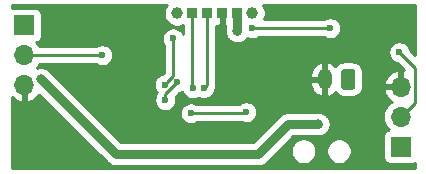
<source format=gbr>
G04 #@! TF.GenerationSoftware,KiCad,Pcbnew,(5.1.4-0)*
G04 #@! TF.CreationDate,2019-09-03T16:59:57-05:00*
G04 #@! TF.ProjectId,pic_beeper,7069635f-6265-4657-9065-722e6b696361,rev?*
G04 #@! TF.SameCoordinates,Original*
G04 #@! TF.FileFunction,Copper,L2,Bot*
G04 #@! TF.FilePolarity,Positive*
%FSLAX46Y46*%
G04 Gerber Fmt 4.6, Leading zero omitted, Abs format (unit mm)*
G04 Created by KiCad (PCBNEW (5.1.4-0)) date 2019-09-03 16:59:57*
%MOMM*%
%LPD*%
G04 APERTURE LIST*
%ADD10O,1.700000X1.700000*%
%ADD11R,1.700000X1.700000*%
%ADD12C,1.000000*%
%ADD13R,0.900000X0.900000*%
%ADD14C,0.100000*%
%ADD15C,1.200000*%
%ADD16O,1.200000X1.750000*%
%ADD17C,0.600000*%
%ADD18C,0.800000*%
%ADD19C,0.250000*%
%ADD20C,0.800000*%
%ADD21C,0.254000*%
G04 APERTURE END LIST*
D10*
X46355000Y-18415000D03*
X46355000Y-20955000D03*
D11*
X46355000Y-23495000D03*
D12*
X33782000Y-12192000D03*
D13*
X32512000Y-12192000D03*
X31242000Y-12192000D03*
X29972000Y-12192000D03*
X28702000Y-12192000D03*
D12*
X27432000Y-12192000D03*
D14*
G36*
X42284505Y-16906204D02*
G01*
X42308773Y-16909804D01*
X42332572Y-16915765D01*
X42355671Y-16924030D01*
X42377850Y-16934520D01*
X42398893Y-16947132D01*
X42418599Y-16961747D01*
X42436777Y-16978223D01*
X42453253Y-16996401D01*
X42467868Y-17016107D01*
X42480480Y-17037150D01*
X42490970Y-17059329D01*
X42499235Y-17082428D01*
X42505196Y-17106227D01*
X42508796Y-17130495D01*
X42510000Y-17154999D01*
X42510000Y-18405001D01*
X42508796Y-18429505D01*
X42505196Y-18453773D01*
X42499235Y-18477572D01*
X42490970Y-18500671D01*
X42480480Y-18522850D01*
X42467868Y-18543893D01*
X42453253Y-18563599D01*
X42436777Y-18581777D01*
X42418599Y-18598253D01*
X42398893Y-18612868D01*
X42377850Y-18625480D01*
X42355671Y-18635970D01*
X42332572Y-18644235D01*
X42308773Y-18650196D01*
X42284505Y-18653796D01*
X42260001Y-18655000D01*
X41559999Y-18655000D01*
X41535495Y-18653796D01*
X41511227Y-18650196D01*
X41487428Y-18644235D01*
X41464329Y-18635970D01*
X41442150Y-18625480D01*
X41421107Y-18612868D01*
X41401401Y-18598253D01*
X41383223Y-18581777D01*
X41366747Y-18563599D01*
X41352132Y-18543893D01*
X41339520Y-18522850D01*
X41329030Y-18500671D01*
X41320765Y-18477572D01*
X41314804Y-18453773D01*
X41311204Y-18429505D01*
X41310000Y-18405001D01*
X41310000Y-17154999D01*
X41311204Y-17130495D01*
X41314804Y-17106227D01*
X41320765Y-17082428D01*
X41329030Y-17059329D01*
X41339520Y-17037150D01*
X41352132Y-17016107D01*
X41366747Y-16996401D01*
X41383223Y-16978223D01*
X41401401Y-16961747D01*
X41421107Y-16947132D01*
X41442150Y-16934520D01*
X41464329Y-16924030D01*
X41487428Y-16915765D01*
X41511227Y-16909804D01*
X41535495Y-16906204D01*
X41559999Y-16905000D01*
X42260001Y-16905000D01*
X42284505Y-16906204D01*
X42284505Y-16906204D01*
G37*
D15*
X41910000Y-17780000D03*
D16*
X39910000Y-17780000D03*
D11*
X14478000Y-13208000D03*
D10*
X14478000Y-15748000D03*
X14478000Y-18288000D03*
D17*
X32512000Y-17780000D03*
X30988000Y-17526000D03*
X30226000Y-19558000D03*
X35560000Y-18542000D03*
D18*
X28575000Y-22860000D03*
D17*
X26416000Y-19558000D03*
X27432000Y-18034000D03*
D18*
X32512000Y-13716000D03*
D17*
X28581035Y-20664239D03*
X27077000Y-14325000D03*
X21082000Y-15748000D03*
X26355051Y-18227051D03*
X33274000Y-20574000D03*
X29718000Y-18542000D03*
X28740013Y-18542000D03*
X40386000Y-13462000D03*
X46228000Y-15494000D03*
X33783410Y-13462000D03*
D18*
X15875000Y-17780000D03*
X34290000Y-24130000D03*
X39370000Y-21590000D03*
D19*
X26416000Y-19558000D02*
X26416000Y-19050000D01*
X26416000Y-19050000D02*
X27432000Y-18034000D01*
D20*
X32512000Y-12192000D02*
X32512000Y-13716000D01*
D19*
X14017001Y-15748000D02*
X13970000Y-15795001D01*
X27077000Y-14325000D02*
X27077000Y-17505102D01*
X26655050Y-17927052D02*
X26355051Y-18227051D01*
X27077000Y-17505102D02*
X26655050Y-17927052D01*
X33183761Y-20664239D02*
X33274000Y-20574000D01*
X28581035Y-20664239D02*
X33183761Y-20664239D01*
X21082000Y-15748000D02*
X14478000Y-15748000D01*
X29972000Y-18288000D02*
X29718000Y-18542000D01*
X29972000Y-12192000D02*
X29972000Y-18288000D01*
X28702000Y-12192000D02*
X28702000Y-18503987D01*
X28702000Y-18503987D02*
X28740013Y-18542000D01*
X47204999Y-20105001D02*
X46355000Y-20955000D01*
X47530001Y-19779999D02*
X47204999Y-20105001D01*
X47530001Y-16796001D02*
X47530001Y-19779999D01*
X46228000Y-15494000D02*
X47530001Y-16796001D01*
X33783410Y-13462000D02*
X40386000Y-13462000D01*
D20*
X22225000Y-24130000D02*
X34290000Y-24130000D01*
X15875000Y-17780000D02*
X22225000Y-24130000D01*
X36830000Y-21590000D02*
X39370000Y-21590000D01*
X34290000Y-24130000D02*
X36830000Y-21590000D01*
D21*
G36*
X26426176Y-11654376D02*
G01*
X26340617Y-11860933D01*
X26297000Y-12080212D01*
X26297000Y-12303788D01*
X26340617Y-12523067D01*
X26426176Y-12729624D01*
X26550388Y-12915520D01*
X26708480Y-13073612D01*
X26894376Y-13197824D01*
X27100933Y-13283383D01*
X27320212Y-13327000D01*
X27543788Y-13327000D01*
X27763067Y-13283383D01*
X27942000Y-13209266D01*
X27942000Y-13970024D01*
X27905586Y-13882111D01*
X27803262Y-13728972D01*
X27673028Y-13598738D01*
X27519889Y-13496414D01*
X27349729Y-13425932D01*
X27169089Y-13390000D01*
X26984911Y-13390000D01*
X26804271Y-13425932D01*
X26634111Y-13496414D01*
X26480972Y-13598738D01*
X26350738Y-13728972D01*
X26248414Y-13882111D01*
X26177932Y-14052271D01*
X26142000Y-14232911D01*
X26142000Y-14417089D01*
X26177932Y-14597729D01*
X26248414Y-14767889D01*
X26317000Y-14870536D01*
X26317001Y-17190300D01*
X26203402Y-17303898D01*
X26082322Y-17327983D01*
X25912162Y-17398465D01*
X25759023Y-17500789D01*
X25628789Y-17631023D01*
X25526465Y-17784162D01*
X25455983Y-17954322D01*
X25420051Y-18134962D01*
X25420051Y-18319140D01*
X25455983Y-18499780D01*
X25526465Y-18669940D01*
X25628789Y-18823079D01*
X25676243Y-18870533D01*
X25666997Y-18901014D01*
X25656023Y-19012430D01*
X25587414Y-19115111D01*
X25516932Y-19285271D01*
X25481000Y-19465911D01*
X25481000Y-19650089D01*
X25516932Y-19830729D01*
X25587414Y-20000889D01*
X25689738Y-20154028D01*
X25819972Y-20284262D01*
X25973111Y-20386586D01*
X26143271Y-20457068D01*
X26323911Y-20493000D01*
X26508089Y-20493000D01*
X26688729Y-20457068D01*
X26858889Y-20386586D01*
X27012028Y-20284262D01*
X27142262Y-20154028D01*
X27244586Y-20000889D01*
X27315068Y-19830729D01*
X27351000Y-19650089D01*
X27351000Y-19465911D01*
X27315068Y-19285271D01*
X27297630Y-19243171D01*
X27583649Y-18957153D01*
X27704729Y-18933068D01*
X27862836Y-18867579D01*
X27911427Y-18984889D01*
X28013751Y-19138028D01*
X28143985Y-19268262D01*
X28297124Y-19370586D01*
X28467284Y-19441068D01*
X28647924Y-19477000D01*
X28832102Y-19477000D01*
X29012742Y-19441068D01*
X29182902Y-19370586D01*
X29229007Y-19339780D01*
X29275111Y-19370586D01*
X29445271Y-19441068D01*
X29625911Y-19477000D01*
X29810089Y-19477000D01*
X29990729Y-19441068D01*
X30160889Y-19370586D01*
X30314028Y-19268262D01*
X30444262Y-19138028D01*
X30546586Y-18984889D01*
X30617068Y-18814729D01*
X30653000Y-18634089D01*
X30653000Y-18626169D01*
X30677546Y-18580247D01*
X30721003Y-18436986D01*
X30732000Y-18325333D01*
X30732000Y-18325324D01*
X30735676Y-18288001D01*
X30732000Y-18250678D01*
X30732000Y-17907000D01*
X38675000Y-17907000D01*
X38675000Y-18182000D01*
X38723507Y-18420496D01*
X38817610Y-18644946D01*
X38953693Y-18846725D01*
X39126526Y-19018078D01*
X39329467Y-19152421D01*
X39554718Y-19244591D01*
X39592391Y-19248462D01*
X39783000Y-19123731D01*
X39783000Y-17907000D01*
X38675000Y-17907000D01*
X30732000Y-17907000D01*
X30732000Y-17378000D01*
X38675000Y-17378000D01*
X38675000Y-17653000D01*
X39783000Y-17653000D01*
X39783000Y-16436269D01*
X40037000Y-16436269D01*
X40037000Y-17653000D01*
X40057000Y-17653000D01*
X40057000Y-17907000D01*
X40037000Y-17907000D01*
X40037000Y-19123731D01*
X40227609Y-19248462D01*
X40265282Y-19244591D01*
X40490533Y-19152421D01*
X40693474Y-19018078D01*
X40819033Y-18893594D01*
X40821595Y-18898387D01*
X40932038Y-19032962D01*
X41066613Y-19143405D01*
X41220149Y-19225472D01*
X41386745Y-19276008D01*
X41559999Y-19293072D01*
X42260001Y-19293072D01*
X42433255Y-19276008D01*
X42599851Y-19225472D01*
X42753387Y-19143405D01*
X42887962Y-19032962D01*
X42998405Y-18898387D01*
X43080472Y-18744851D01*
X43131008Y-18578255D01*
X43148072Y-18405001D01*
X43148072Y-18058110D01*
X44913524Y-18058110D01*
X45034845Y-18288000D01*
X46228000Y-18288000D01*
X46228000Y-17094186D01*
X45998109Y-16973519D01*
X45723748Y-17070843D01*
X45473645Y-17219822D01*
X45257412Y-17414731D01*
X45083359Y-17648080D01*
X44958175Y-17910901D01*
X44913524Y-18058110D01*
X43148072Y-18058110D01*
X43148072Y-17154999D01*
X43131008Y-16981745D01*
X43080472Y-16815149D01*
X42998405Y-16661613D01*
X42887962Y-16527038D01*
X42753387Y-16416595D01*
X42599851Y-16334528D01*
X42433255Y-16283992D01*
X42260001Y-16266928D01*
X41559999Y-16266928D01*
X41386745Y-16283992D01*
X41220149Y-16334528D01*
X41066613Y-16416595D01*
X40932038Y-16527038D01*
X40821595Y-16661613D01*
X40819033Y-16666406D01*
X40693474Y-16541922D01*
X40490533Y-16407579D01*
X40265282Y-16315409D01*
X40227609Y-16311538D01*
X40037000Y-16436269D01*
X39783000Y-16436269D01*
X39592391Y-16311538D01*
X39554718Y-16315409D01*
X39329467Y-16407579D01*
X39126526Y-16541922D01*
X38953693Y-16713275D01*
X38817610Y-16915054D01*
X38723507Y-17139504D01*
X38675000Y-17378000D01*
X30732000Y-17378000D01*
X30732000Y-13274163D01*
X30792000Y-13280072D01*
X30956250Y-13277000D01*
X31115000Y-13118250D01*
X31115000Y-12319000D01*
X31095000Y-12319000D01*
X31095000Y-12065000D01*
X31115000Y-12065000D01*
X31115000Y-12045000D01*
X31369000Y-12045000D01*
X31369000Y-12065000D01*
X31389000Y-12065000D01*
X31389000Y-12319000D01*
X31369000Y-12319000D01*
X31369000Y-13118250D01*
X31477001Y-13226251D01*
X31477001Y-13614056D01*
X31477000Y-13614061D01*
X31477000Y-13817939D01*
X31486971Y-13868067D01*
X31491977Y-13918895D01*
X31506803Y-13967768D01*
X31516774Y-14017898D01*
X31536335Y-14065122D01*
X31551160Y-14113993D01*
X31575235Y-14159034D01*
X31594795Y-14206256D01*
X31623191Y-14248753D01*
X31647267Y-14293797D01*
X31679668Y-14333278D01*
X31708063Y-14375774D01*
X31744203Y-14411914D01*
X31776605Y-14451396D01*
X31816087Y-14483798D01*
X31852226Y-14519937D01*
X31894721Y-14548331D01*
X31934204Y-14580734D01*
X31979250Y-14604812D01*
X32021744Y-14633205D01*
X32068962Y-14652763D01*
X32114008Y-14676841D01*
X32162884Y-14691668D01*
X32210102Y-14711226D01*
X32260226Y-14721196D01*
X32309106Y-14736024D01*
X32359942Y-14741031D01*
X32410061Y-14751000D01*
X32461162Y-14751000D01*
X32512000Y-14756007D01*
X32562838Y-14751000D01*
X32613939Y-14751000D01*
X32664057Y-14741031D01*
X32714895Y-14736024D01*
X32763777Y-14721196D01*
X32813898Y-14711226D01*
X32861113Y-14691669D01*
X32909993Y-14676841D01*
X32955042Y-14652762D01*
X33002256Y-14633205D01*
X33044746Y-14604814D01*
X33089797Y-14580734D01*
X33129284Y-14548328D01*
X33171774Y-14519937D01*
X33207908Y-14483803D01*
X33247396Y-14451396D01*
X33279803Y-14411908D01*
X33315937Y-14375774D01*
X33344328Y-14333284D01*
X33369514Y-14302595D01*
X33510681Y-14361068D01*
X33691321Y-14397000D01*
X33875499Y-14397000D01*
X34056139Y-14361068D01*
X34226299Y-14290586D01*
X34328945Y-14222000D01*
X39840465Y-14222000D01*
X39943111Y-14290586D01*
X40113271Y-14361068D01*
X40293911Y-14397000D01*
X40478089Y-14397000D01*
X40658729Y-14361068D01*
X40828889Y-14290586D01*
X40982028Y-14188262D01*
X41112262Y-14058028D01*
X41214586Y-13904889D01*
X41285068Y-13734729D01*
X41321000Y-13554089D01*
X41321000Y-13369911D01*
X41285068Y-13189271D01*
X41214586Y-13019111D01*
X41112262Y-12865972D01*
X40982028Y-12735738D01*
X40828889Y-12633414D01*
X40658729Y-12562932D01*
X40478089Y-12527000D01*
X40293911Y-12527000D01*
X40113271Y-12562932D01*
X39943111Y-12633414D01*
X39840465Y-12702000D01*
X34799266Y-12702000D01*
X34873383Y-12523067D01*
X34917000Y-12303788D01*
X34917000Y-12080212D01*
X34873383Y-11860933D01*
X34787824Y-11654376D01*
X34688014Y-11505000D01*
X47550000Y-11505000D01*
X47550000Y-15741198D01*
X47151153Y-15342351D01*
X47127068Y-15221271D01*
X47056586Y-15051111D01*
X46954262Y-14897972D01*
X46824028Y-14767738D01*
X46670889Y-14665414D01*
X46500729Y-14594932D01*
X46320089Y-14559000D01*
X46135911Y-14559000D01*
X45955271Y-14594932D01*
X45785111Y-14665414D01*
X45631972Y-14767738D01*
X45501738Y-14897972D01*
X45399414Y-15051111D01*
X45328932Y-15221271D01*
X45293000Y-15401911D01*
X45293000Y-15586089D01*
X45328932Y-15766729D01*
X45399414Y-15936889D01*
X45501738Y-16090028D01*
X45631972Y-16220262D01*
X45785111Y-16322586D01*
X45955271Y-16393068D01*
X46076351Y-16417153D01*
X46659969Y-17000772D01*
X46482000Y-17094186D01*
X46482000Y-18288000D01*
X46502000Y-18288000D01*
X46502000Y-18542000D01*
X46482000Y-18542000D01*
X46482000Y-18562000D01*
X46228000Y-18562000D01*
X46228000Y-18542000D01*
X45034845Y-18542000D01*
X44913524Y-18771890D01*
X44958175Y-18919099D01*
X45083359Y-19181920D01*
X45257412Y-19415269D01*
X45473645Y-19610178D01*
X45590523Y-19679799D01*
X45525986Y-19714294D01*
X45299866Y-19899866D01*
X45114294Y-20125986D01*
X44976401Y-20383966D01*
X44891487Y-20663889D01*
X44862815Y-20955000D01*
X44891487Y-21246111D01*
X44976401Y-21526034D01*
X45114294Y-21784014D01*
X45299866Y-22010134D01*
X45329687Y-22034607D01*
X45260820Y-22055498D01*
X45150506Y-22114463D01*
X45053815Y-22193815D01*
X44974463Y-22290506D01*
X44915498Y-22400820D01*
X44879188Y-22520518D01*
X44866928Y-22645000D01*
X44866928Y-24345000D01*
X44879188Y-24469482D01*
X44915498Y-24589180D01*
X44974463Y-24699494D01*
X45053815Y-24796185D01*
X45150506Y-24875537D01*
X45260820Y-24934502D01*
X45380518Y-24970812D01*
X45505000Y-24983072D01*
X47205000Y-24983072D01*
X47329482Y-24970812D01*
X47449180Y-24934502D01*
X47550001Y-24880611D01*
X47550001Y-25325000D01*
X13410000Y-25325000D01*
X13410000Y-19314939D01*
X13596645Y-19483178D01*
X13846748Y-19632157D01*
X14121109Y-19729481D01*
X14351000Y-19608814D01*
X14351000Y-18415000D01*
X14331000Y-18415000D01*
X14331000Y-18161000D01*
X14351000Y-18161000D01*
X14351000Y-18141000D01*
X14605000Y-18141000D01*
X14605000Y-18161000D01*
X14625000Y-18161000D01*
X14625000Y-18415000D01*
X14605000Y-18415000D01*
X14605000Y-19608814D01*
X14834891Y-19729481D01*
X15109252Y-19632157D01*
X15359355Y-19483178D01*
X15575588Y-19288269D01*
X15722542Y-19091252D01*
X21457197Y-24825908D01*
X21489604Y-24865396D01*
X21529092Y-24897803D01*
X21647202Y-24994734D01*
X21743309Y-25046104D01*
X21827007Y-25090841D01*
X22022105Y-25150024D01*
X22174162Y-25165000D01*
X22174171Y-25165000D01*
X22224999Y-25170006D01*
X22275827Y-25165000D01*
X34239172Y-25165000D01*
X34290000Y-25170006D01*
X34340828Y-25165000D01*
X34391939Y-25165000D01*
X34442057Y-25155031D01*
X34492895Y-25150024D01*
X34541777Y-25135196D01*
X34591898Y-25125226D01*
X34639113Y-25105669D01*
X34687993Y-25090841D01*
X34733042Y-25066762D01*
X34780256Y-25047205D01*
X34822746Y-25018814D01*
X34867797Y-24994734D01*
X34907284Y-24962328D01*
X34949774Y-24933937D01*
X34985908Y-24897803D01*
X35025396Y-24865396D01*
X35057803Y-24825908D01*
X35093937Y-24789774D01*
X35093939Y-24789771D01*
X36114573Y-23769137D01*
X37039000Y-23769137D01*
X37039000Y-23982863D01*
X37080696Y-24192483D01*
X37162485Y-24389940D01*
X37281225Y-24567647D01*
X37432353Y-24718775D01*
X37610060Y-24837515D01*
X37807517Y-24919304D01*
X38017137Y-24961000D01*
X38230863Y-24961000D01*
X38440483Y-24919304D01*
X38637940Y-24837515D01*
X38815647Y-24718775D01*
X38966775Y-24567647D01*
X39085515Y-24389940D01*
X39167304Y-24192483D01*
X39209000Y-23982863D01*
X39209000Y-23769137D01*
X40039000Y-23769137D01*
X40039000Y-23982863D01*
X40080696Y-24192483D01*
X40162485Y-24389940D01*
X40281225Y-24567647D01*
X40432353Y-24718775D01*
X40610060Y-24837515D01*
X40807517Y-24919304D01*
X41017137Y-24961000D01*
X41230863Y-24961000D01*
X41440483Y-24919304D01*
X41637940Y-24837515D01*
X41815647Y-24718775D01*
X41966775Y-24567647D01*
X42085515Y-24389940D01*
X42167304Y-24192483D01*
X42209000Y-23982863D01*
X42209000Y-23769137D01*
X42167304Y-23559517D01*
X42085515Y-23362060D01*
X41966775Y-23184353D01*
X41815647Y-23033225D01*
X41637940Y-22914485D01*
X41440483Y-22832696D01*
X41230863Y-22791000D01*
X41017137Y-22791000D01*
X40807517Y-22832696D01*
X40610060Y-22914485D01*
X40432353Y-23033225D01*
X40281225Y-23184353D01*
X40162485Y-23362060D01*
X40080696Y-23559517D01*
X40039000Y-23769137D01*
X39209000Y-23769137D01*
X39167304Y-23559517D01*
X39085515Y-23362060D01*
X38966775Y-23184353D01*
X38815647Y-23033225D01*
X38637940Y-22914485D01*
X38440483Y-22832696D01*
X38230863Y-22791000D01*
X38017137Y-22791000D01*
X37807517Y-22832696D01*
X37610060Y-22914485D01*
X37432353Y-23033225D01*
X37281225Y-23184353D01*
X37162485Y-23362060D01*
X37080696Y-23559517D01*
X37039000Y-23769137D01*
X36114573Y-23769137D01*
X37258711Y-22625000D01*
X39471939Y-22625000D01*
X39522057Y-22615031D01*
X39572895Y-22610024D01*
X39621777Y-22595196D01*
X39671898Y-22585226D01*
X39719113Y-22565669D01*
X39767993Y-22550841D01*
X39813042Y-22526762D01*
X39860256Y-22507205D01*
X39902746Y-22478814D01*
X39947797Y-22454734D01*
X39987284Y-22422328D01*
X40029774Y-22393937D01*
X40065908Y-22357803D01*
X40105396Y-22325396D01*
X40137803Y-22285908D01*
X40173937Y-22249774D01*
X40202328Y-22207284D01*
X40234734Y-22167797D01*
X40258814Y-22122746D01*
X40287205Y-22080256D01*
X40306762Y-22033042D01*
X40330841Y-21987993D01*
X40345669Y-21939113D01*
X40365226Y-21891898D01*
X40375196Y-21841777D01*
X40390024Y-21792895D01*
X40395031Y-21742057D01*
X40405000Y-21691939D01*
X40405000Y-21640838D01*
X40410007Y-21590000D01*
X40405000Y-21539162D01*
X40405000Y-21488061D01*
X40395031Y-21437943D01*
X40390024Y-21387105D01*
X40375196Y-21338223D01*
X40365226Y-21288102D01*
X40345669Y-21240887D01*
X40330841Y-21192007D01*
X40306762Y-21146958D01*
X40287205Y-21099744D01*
X40258814Y-21057254D01*
X40234734Y-21012203D01*
X40202328Y-20972716D01*
X40173937Y-20930226D01*
X40137803Y-20894092D01*
X40105396Y-20854604D01*
X40065908Y-20822197D01*
X40029774Y-20786063D01*
X39987284Y-20757672D01*
X39947797Y-20725266D01*
X39902746Y-20701186D01*
X39860256Y-20672795D01*
X39813042Y-20653238D01*
X39767993Y-20629159D01*
X39719113Y-20614331D01*
X39671898Y-20594774D01*
X39621777Y-20584804D01*
X39572895Y-20569976D01*
X39522057Y-20564969D01*
X39471939Y-20555000D01*
X36880827Y-20555000D01*
X36829999Y-20549994D01*
X36779171Y-20555000D01*
X36779162Y-20555000D01*
X36627105Y-20569976D01*
X36432007Y-20629159D01*
X36402367Y-20645002D01*
X36252202Y-20725266D01*
X36134092Y-20822197D01*
X36094604Y-20854604D01*
X36062197Y-20894092D01*
X33861290Y-23095000D01*
X22653711Y-23095000D01*
X20130861Y-20572150D01*
X27646035Y-20572150D01*
X27646035Y-20756328D01*
X27681967Y-20936968D01*
X27752449Y-21107128D01*
X27854773Y-21260267D01*
X27985007Y-21390501D01*
X28138146Y-21492825D01*
X28308306Y-21563307D01*
X28488946Y-21599239D01*
X28673124Y-21599239D01*
X28853764Y-21563307D01*
X29023924Y-21492825D01*
X29126570Y-21424239D01*
X32883386Y-21424239D01*
X33001271Y-21473068D01*
X33181911Y-21509000D01*
X33366089Y-21509000D01*
X33546729Y-21473068D01*
X33716889Y-21402586D01*
X33870028Y-21300262D01*
X34000262Y-21170028D01*
X34102586Y-21016889D01*
X34173068Y-20846729D01*
X34209000Y-20666089D01*
X34209000Y-20481911D01*
X34173068Y-20301271D01*
X34102586Y-20131111D01*
X34000262Y-19977972D01*
X33870028Y-19847738D01*
X33716889Y-19745414D01*
X33546729Y-19674932D01*
X33366089Y-19639000D01*
X33181911Y-19639000D01*
X33001271Y-19674932D01*
X32831111Y-19745414D01*
X32677972Y-19847738D01*
X32621471Y-19904239D01*
X29126570Y-19904239D01*
X29023924Y-19835653D01*
X28853764Y-19765171D01*
X28673124Y-19729239D01*
X28488946Y-19729239D01*
X28308306Y-19765171D01*
X28138146Y-19835653D01*
X27985007Y-19937977D01*
X27854773Y-20068211D01*
X27752449Y-20221350D01*
X27681967Y-20391510D01*
X27646035Y-20572150D01*
X20130861Y-20572150D01*
X16678939Y-17120229D01*
X16678937Y-17120226D01*
X16534774Y-16976063D01*
X16492283Y-16947671D01*
X16452797Y-16915266D01*
X16407748Y-16891187D01*
X16365256Y-16862795D01*
X16318036Y-16843236D01*
X16272993Y-16819160D01*
X16224122Y-16804335D01*
X16176898Y-16784774D01*
X16126768Y-16774803D01*
X16077895Y-16759977D01*
X16027067Y-16754971D01*
X15976939Y-16745000D01*
X15925828Y-16745000D01*
X15875000Y-16739994D01*
X15824172Y-16745000D01*
X15773061Y-16745000D01*
X15722933Y-16754971D01*
X15672105Y-16759977D01*
X15623232Y-16774803D01*
X15573102Y-16784774D01*
X15535378Y-16800400D01*
X15718706Y-16577014D01*
X15755595Y-16508000D01*
X20536465Y-16508000D01*
X20639111Y-16576586D01*
X20809271Y-16647068D01*
X20989911Y-16683000D01*
X21174089Y-16683000D01*
X21354729Y-16647068D01*
X21524889Y-16576586D01*
X21678028Y-16474262D01*
X21808262Y-16344028D01*
X21910586Y-16190889D01*
X21981068Y-16020729D01*
X22017000Y-15840089D01*
X22017000Y-15655911D01*
X21981068Y-15475271D01*
X21910586Y-15305111D01*
X21808262Y-15151972D01*
X21678028Y-15021738D01*
X21524889Y-14919414D01*
X21354729Y-14848932D01*
X21174089Y-14813000D01*
X20989911Y-14813000D01*
X20809271Y-14848932D01*
X20639111Y-14919414D01*
X20536465Y-14988000D01*
X15755595Y-14988000D01*
X15718706Y-14918986D01*
X15533134Y-14692866D01*
X15503313Y-14668393D01*
X15572180Y-14647502D01*
X15682494Y-14588537D01*
X15779185Y-14509185D01*
X15858537Y-14412494D01*
X15917502Y-14302180D01*
X15953812Y-14182482D01*
X15966072Y-14058000D01*
X15966072Y-12358000D01*
X15953812Y-12233518D01*
X15917502Y-12113820D01*
X15858537Y-12003506D01*
X15779185Y-11906815D01*
X15682494Y-11827463D01*
X15572180Y-11768498D01*
X15452482Y-11732188D01*
X15328000Y-11719928D01*
X13628000Y-11719928D01*
X13503518Y-11732188D01*
X13410000Y-11760556D01*
X13410000Y-11505000D01*
X26525986Y-11505000D01*
X26426176Y-11654376D01*
X26426176Y-11654376D01*
G37*
X26426176Y-11654376D02*
X26340617Y-11860933D01*
X26297000Y-12080212D01*
X26297000Y-12303788D01*
X26340617Y-12523067D01*
X26426176Y-12729624D01*
X26550388Y-12915520D01*
X26708480Y-13073612D01*
X26894376Y-13197824D01*
X27100933Y-13283383D01*
X27320212Y-13327000D01*
X27543788Y-13327000D01*
X27763067Y-13283383D01*
X27942000Y-13209266D01*
X27942000Y-13970024D01*
X27905586Y-13882111D01*
X27803262Y-13728972D01*
X27673028Y-13598738D01*
X27519889Y-13496414D01*
X27349729Y-13425932D01*
X27169089Y-13390000D01*
X26984911Y-13390000D01*
X26804271Y-13425932D01*
X26634111Y-13496414D01*
X26480972Y-13598738D01*
X26350738Y-13728972D01*
X26248414Y-13882111D01*
X26177932Y-14052271D01*
X26142000Y-14232911D01*
X26142000Y-14417089D01*
X26177932Y-14597729D01*
X26248414Y-14767889D01*
X26317000Y-14870536D01*
X26317001Y-17190300D01*
X26203402Y-17303898D01*
X26082322Y-17327983D01*
X25912162Y-17398465D01*
X25759023Y-17500789D01*
X25628789Y-17631023D01*
X25526465Y-17784162D01*
X25455983Y-17954322D01*
X25420051Y-18134962D01*
X25420051Y-18319140D01*
X25455983Y-18499780D01*
X25526465Y-18669940D01*
X25628789Y-18823079D01*
X25676243Y-18870533D01*
X25666997Y-18901014D01*
X25656023Y-19012430D01*
X25587414Y-19115111D01*
X25516932Y-19285271D01*
X25481000Y-19465911D01*
X25481000Y-19650089D01*
X25516932Y-19830729D01*
X25587414Y-20000889D01*
X25689738Y-20154028D01*
X25819972Y-20284262D01*
X25973111Y-20386586D01*
X26143271Y-20457068D01*
X26323911Y-20493000D01*
X26508089Y-20493000D01*
X26688729Y-20457068D01*
X26858889Y-20386586D01*
X27012028Y-20284262D01*
X27142262Y-20154028D01*
X27244586Y-20000889D01*
X27315068Y-19830729D01*
X27351000Y-19650089D01*
X27351000Y-19465911D01*
X27315068Y-19285271D01*
X27297630Y-19243171D01*
X27583649Y-18957153D01*
X27704729Y-18933068D01*
X27862836Y-18867579D01*
X27911427Y-18984889D01*
X28013751Y-19138028D01*
X28143985Y-19268262D01*
X28297124Y-19370586D01*
X28467284Y-19441068D01*
X28647924Y-19477000D01*
X28832102Y-19477000D01*
X29012742Y-19441068D01*
X29182902Y-19370586D01*
X29229007Y-19339780D01*
X29275111Y-19370586D01*
X29445271Y-19441068D01*
X29625911Y-19477000D01*
X29810089Y-19477000D01*
X29990729Y-19441068D01*
X30160889Y-19370586D01*
X30314028Y-19268262D01*
X30444262Y-19138028D01*
X30546586Y-18984889D01*
X30617068Y-18814729D01*
X30653000Y-18634089D01*
X30653000Y-18626169D01*
X30677546Y-18580247D01*
X30721003Y-18436986D01*
X30732000Y-18325333D01*
X30732000Y-18325324D01*
X30735676Y-18288001D01*
X30732000Y-18250678D01*
X30732000Y-17907000D01*
X38675000Y-17907000D01*
X38675000Y-18182000D01*
X38723507Y-18420496D01*
X38817610Y-18644946D01*
X38953693Y-18846725D01*
X39126526Y-19018078D01*
X39329467Y-19152421D01*
X39554718Y-19244591D01*
X39592391Y-19248462D01*
X39783000Y-19123731D01*
X39783000Y-17907000D01*
X38675000Y-17907000D01*
X30732000Y-17907000D01*
X30732000Y-17378000D01*
X38675000Y-17378000D01*
X38675000Y-17653000D01*
X39783000Y-17653000D01*
X39783000Y-16436269D01*
X40037000Y-16436269D01*
X40037000Y-17653000D01*
X40057000Y-17653000D01*
X40057000Y-17907000D01*
X40037000Y-17907000D01*
X40037000Y-19123731D01*
X40227609Y-19248462D01*
X40265282Y-19244591D01*
X40490533Y-19152421D01*
X40693474Y-19018078D01*
X40819033Y-18893594D01*
X40821595Y-18898387D01*
X40932038Y-19032962D01*
X41066613Y-19143405D01*
X41220149Y-19225472D01*
X41386745Y-19276008D01*
X41559999Y-19293072D01*
X42260001Y-19293072D01*
X42433255Y-19276008D01*
X42599851Y-19225472D01*
X42753387Y-19143405D01*
X42887962Y-19032962D01*
X42998405Y-18898387D01*
X43080472Y-18744851D01*
X43131008Y-18578255D01*
X43148072Y-18405001D01*
X43148072Y-18058110D01*
X44913524Y-18058110D01*
X45034845Y-18288000D01*
X46228000Y-18288000D01*
X46228000Y-17094186D01*
X45998109Y-16973519D01*
X45723748Y-17070843D01*
X45473645Y-17219822D01*
X45257412Y-17414731D01*
X45083359Y-17648080D01*
X44958175Y-17910901D01*
X44913524Y-18058110D01*
X43148072Y-18058110D01*
X43148072Y-17154999D01*
X43131008Y-16981745D01*
X43080472Y-16815149D01*
X42998405Y-16661613D01*
X42887962Y-16527038D01*
X42753387Y-16416595D01*
X42599851Y-16334528D01*
X42433255Y-16283992D01*
X42260001Y-16266928D01*
X41559999Y-16266928D01*
X41386745Y-16283992D01*
X41220149Y-16334528D01*
X41066613Y-16416595D01*
X40932038Y-16527038D01*
X40821595Y-16661613D01*
X40819033Y-16666406D01*
X40693474Y-16541922D01*
X40490533Y-16407579D01*
X40265282Y-16315409D01*
X40227609Y-16311538D01*
X40037000Y-16436269D01*
X39783000Y-16436269D01*
X39592391Y-16311538D01*
X39554718Y-16315409D01*
X39329467Y-16407579D01*
X39126526Y-16541922D01*
X38953693Y-16713275D01*
X38817610Y-16915054D01*
X38723507Y-17139504D01*
X38675000Y-17378000D01*
X30732000Y-17378000D01*
X30732000Y-13274163D01*
X30792000Y-13280072D01*
X30956250Y-13277000D01*
X31115000Y-13118250D01*
X31115000Y-12319000D01*
X31095000Y-12319000D01*
X31095000Y-12065000D01*
X31115000Y-12065000D01*
X31115000Y-12045000D01*
X31369000Y-12045000D01*
X31369000Y-12065000D01*
X31389000Y-12065000D01*
X31389000Y-12319000D01*
X31369000Y-12319000D01*
X31369000Y-13118250D01*
X31477001Y-13226251D01*
X31477001Y-13614056D01*
X31477000Y-13614061D01*
X31477000Y-13817939D01*
X31486971Y-13868067D01*
X31491977Y-13918895D01*
X31506803Y-13967768D01*
X31516774Y-14017898D01*
X31536335Y-14065122D01*
X31551160Y-14113993D01*
X31575235Y-14159034D01*
X31594795Y-14206256D01*
X31623191Y-14248753D01*
X31647267Y-14293797D01*
X31679668Y-14333278D01*
X31708063Y-14375774D01*
X31744203Y-14411914D01*
X31776605Y-14451396D01*
X31816087Y-14483798D01*
X31852226Y-14519937D01*
X31894721Y-14548331D01*
X31934204Y-14580734D01*
X31979250Y-14604812D01*
X32021744Y-14633205D01*
X32068962Y-14652763D01*
X32114008Y-14676841D01*
X32162884Y-14691668D01*
X32210102Y-14711226D01*
X32260226Y-14721196D01*
X32309106Y-14736024D01*
X32359942Y-14741031D01*
X32410061Y-14751000D01*
X32461162Y-14751000D01*
X32512000Y-14756007D01*
X32562838Y-14751000D01*
X32613939Y-14751000D01*
X32664057Y-14741031D01*
X32714895Y-14736024D01*
X32763777Y-14721196D01*
X32813898Y-14711226D01*
X32861113Y-14691669D01*
X32909993Y-14676841D01*
X32955042Y-14652762D01*
X33002256Y-14633205D01*
X33044746Y-14604814D01*
X33089797Y-14580734D01*
X33129284Y-14548328D01*
X33171774Y-14519937D01*
X33207908Y-14483803D01*
X33247396Y-14451396D01*
X33279803Y-14411908D01*
X33315937Y-14375774D01*
X33344328Y-14333284D01*
X33369514Y-14302595D01*
X33510681Y-14361068D01*
X33691321Y-14397000D01*
X33875499Y-14397000D01*
X34056139Y-14361068D01*
X34226299Y-14290586D01*
X34328945Y-14222000D01*
X39840465Y-14222000D01*
X39943111Y-14290586D01*
X40113271Y-14361068D01*
X40293911Y-14397000D01*
X40478089Y-14397000D01*
X40658729Y-14361068D01*
X40828889Y-14290586D01*
X40982028Y-14188262D01*
X41112262Y-14058028D01*
X41214586Y-13904889D01*
X41285068Y-13734729D01*
X41321000Y-13554089D01*
X41321000Y-13369911D01*
X41285068Y-13189271D01*
X41214586Y-13019111D01*
X41112262Y-12865972D01*
X40982028Y-12735738D01*
X40828889Y-12633414D01*
X40658729Y-12562932D01*
X40478089Y-12527000D01*
X40293911Y-12527000D01*
X40113271Y-12562932D01*
X39943111Y-12633414D01*
X39840465Y-12702000D01*
X34799266Y-12702000D01*
X34873383Y-12523067D01*
X34917000Y-12303788D01*
X34917000Y-12080212D01*
X34873383Y-11860933D01*
X34787824Y-11654376D01*
X34688014Y-11505000D01*
X47550000Y-11505000D01*
X47550000Y-15741198D01*
X47151153Y-15342351D01*
X47127068Y-15221271D01*
X47056586Y-15051111D01*
X46954262Y-14897972D01*
X46824028Y-14767738D01*
X46670889Y-14665414D01*
X46500729Y-14594932D01*
X46320089Y-14559000D01*
X46135911Y-14559000D01*
X45955271Y-14594932D01*
X45785111Y-14665414D01*
X45631972Y-14767738D01*
X45501738Y-14897972D01*
X45399414Y-15051111D01*
X45328932Y-15221271D01*
X45293000Y-15401911D01*
X45293000Y-15586089D01*
X45328932Y-15766729D01*
X45399414Y-15936889D01*
X45501738Y-16090028D01*
X45631972Y-16220262D01*
X45785111Y-16322586D01*
X45955271Y-16393068D01*
X46076351Y-16417153D01*
X46659969Y-17000772D01*
X46482000Y-17094186D01*
X46482000Y-18288000D01*
X46502000Y-18288000D01*
X46502000Y-18542000D01*
X46482000Y-18542000D01*
X46482000Y-18562000D01*
X46228000Y-18562000D01*
X46228000Y-18542000D01*
X45034845Y-18542000D01*
X44913524Y-18771890D01*
X44958175Y-18919099D01*
X45083359Y-19181920D01*
X45257412Y-19415269D01*
X45473645Y-19610178D01*
X45590523Y-19679799D01*
X45525986Y-19714294D01*
X45299866Y-19899866D01*
X45114294Y-20125986D01*
X44976401Y-20383966D01*
X44891487Y-20663889D01*
X44862815Y-20955000D01*
X44891487Y-21246111D01*
X44976401Y-21526034D01*
X45114294Y-21784014D01*
X45299866Y-22010134D01*
X45329687Y-22034607D01*
X45260820Y-22055498D01*
X45150506Y-22114463D01*
X45053815Y-22193815D01*
X44974463Y-22290506D01*
X44915498Y-22400820D01*
X44879188Y-22520518D01*
X44866928Y-22645000D01*
X44866928Y-24345000D01*
X44879188Y-24469482D01*
X44915498Y-24589180D01*
X44974463Y-24699494D01*
X45053815Y-24796185D01*
X45150506Y-24875537D01*
X45260820Y-24934502D01*
X45380518Y-24970812D01*
X45505000Y-24983072D01*
X47205000Y-24983072D01*
X47329482Y-24970812D01*
X47449180Y-24934502D01*
X47550001Y-24880611D01*
X47550001Y-25325000D01*
X13410000Y-25325000D01*
X13410000Y-19314939D01*
X13596645Y-19483178D01*
X13846748Y-19632157D01*
X14121109Y-19729481D01*
X14351000Y-19608814D01*
X14351000Y-18415000D01*
X14331000Y-18415000D01*
X14331000Y-18161000D01*
X14351000Y-18161000D01*
X14351000Y-18141000D01*
X14605000Y-18141000D01*
X14605000Y-18161000D01*
X14625000Y-18161000D01*
X14625000Y-18415000D01*
X14605000Y-18415000D01*
X14605000Y-19608814D01*
X14834891Y-19729481D01*
X15109252Y-19632157D01*
X15359355Y-19483178D01*
X15575588Y-19288269D01*
X15722542Y-19091252D01*
X21457197Y-24825908D01*
X21489604Y-24865396D01*
X21529092Y-24897803D01*
X21647202Y-24994734D01*
X21743309Y-25046104D01*
X21827007Y-25090841D01*
X22022105Y-25150024D01*
X22174162Y-25165000D01*
X22174171Y-25165000D01*
X22224999Y-25170006D01*
X22275827Y-25165000D01*
X34239172Y-25165000D01*
X34290000Y-25170006D01*
X34340828Y-25165000D01*
X34391939Y-25165000D01*
X34442057Y-25155031D01*
X34492895Y-25150024D01*
X34541777Y-25135196D01*
X34591898Y-25125226D01*
X34639113Y-25105669D01*
X34687993Y-25090841D01*
X34733042Y-25066762D01*
X34780256Y-25047205D01*
X34822746Y-25018814D01*
X34867797Y-24994734D01*
X34907284Y-24962328D01*
X34949774Y-24933937D01*
X34985908Y-24897803D01*
X35025396Y-24865396D01*
X35057803Y-24825908D01*
X35093937Y-24789774D01*
X35093939Y-24789771D01*
X36114573Y-23769137D01*
X37039000Y-23769137D01*
X37039000Y-23982863D01*
X37080696Y-24192483D01*
X37162485Y-24389940D01*
X37281225Y-24567647D01*
X37432353Y-24718775D01*
X37610060Y-24837515D01*
X37807517Y-24919304D01*
X38017137Y-24961000D01*
X38230863Y-24961000D01*
X38440483Y-24919304D01*
X38637940Y-24837515D01*
X38815647Y-24718775D01*
X38966775Y-24567647D01*
X39085515Y-24389940D01*
X39167304Y-24192483D01*
X39209000Y-23982863D01*
X39209000Y-23769137D01*
X40039000Y-23769137D01*
X40039000Y-23982863D01*
X40080696Y-24192483D01*
X40162485Y-24389940D01*
X40281225Y-24567647D01*
X40432353Y-24718775D01*
X40610060Y-24837515D01*
X40807517Y-24919304D01*
X41017137Y-24961000D01*
X41230863Y-24961000D01*
X41440483Y-24919304D01*
X41637940Y-24837515D01*
X41815647Y-24718775D01*
X41966775Y-24567647D01*
X42085515Y-24389940D01*
X42167304Y-24192483D01*
X42209000Y-23982863D01*
X42209000Y-23769137D01*
X42167304Y-23559517D01*
X42085515Y-23362060D01*
X41966775Y-23184353D01*
X41815647Y-23033225D01*
X41637940Y-22914485D01*
X41440483Y-22832696D01*
X41230863Y-22791000D01*
X41017137Y-22791000D01*
X40807517Y-22832696D01*
X40610060Y-22914485D01*
X40432353Y-23033225D01*
X40281225Y-23184353D01*
X40162485Y-23362060D01*
X40080696Y-23559517D01*
X40039000Y-23769137D01*
X39209000Y-23769137D01*
X39167304Y-23559517D01*
X39085515Y-23362060D01*
X38966775Y-23184353D01*
X38815647Y-23033225D01*
X38637940Y-22914485D01*
X38440483Y-22832696D01*
X38230863Y-22791000D01*
X38017137Y-22791000D01*
X37807517Y-22832696D01*
X37610060Y-22914485D01*
X37432353Y-23033225D01*
X37281225Y-23184353D01*
X37162485Y-23362060D01*
X37080696Y-23559517D01*
X37039000Y-23769137D01*
X36114573Y-23769137D01*
X37258711Y-22625000D01*
X39471939Y-22625000D01*
X39522057Y-22615031D01*
X39572895Y-22610024D01*
X39621777Y-22595196D01*
X39671898Y-22585226D01*
X39719113Y-22565669D01*
X39767993Y-22550841D01*
X39813042Y-22526762D01*
X39860256Y-22507205D01*
X39902746Y-22478814D01*
X39947797Y-22454734D01*
X39987284Y-22422328D01*
X40029774Y-22393937D01*
X40065908Y-22357803D01*
X40105396Y-22325396D01*
X40137803Y-22285908D01*
X40173937Y-22249774D01*
X40202328Y-22207284D01*
X40234734Y-22167797D01*
X40258814Y-22122746D01*
X40287205Y-22080256D01*
X40306762Y-22033042D01*
X40330841Y-21987993D01*
X40345669Y-21939113D01*
X40365226Y-21891898D01*
X40375196Y-21841777D01*
X40390024Y-21792895D01*
X40395031Y-21742057D01*
X40405000Y-21691939D01*
X40405000Y-21640838D01*
X40410007Y-21590000D01*
X40405000Y-21539162D01*
X40405000Y-21488061D01*
X40395031Y-21437943D01*
X40390024Y-21387105D01*
X40375196Y-21338223D01*
X40365226Y-21288102D01*
X40345669Y-21240887D01*
X40330841Y-21192007D01*
X40306762Y-21146958D01*
X40287205Y-21099744D01*
X40258814Y-21057254D01*
X40234734Y-21012203D01*
X40202328Y-20972716D01*
X40173937Y-20930226D01*
X40137803Y-20894092D01*
X40105396Y-20854604D01*
X40065908Y-20822197D01*
X40029774Y-20786063D01*
X39987284Y-20757672D01*
X39947797Y-20725266D01*
X39902746Y-20701186D01*
X39860256Y-20672795D01*
X39813042Y-20653238D01*
X39767993Y-20629159D01*
X39719113Y-20614331D01*
X39671898Y-20594774D01*
X39621777Y-20584804D01*
X39572895Y-20569976D01*
X39522057Y-20564969D01*
X39471939Y-20555000D01*
X36880827Y-20555000D01*
X36829999Y-20549994D01*
X36779171Y-20555000D01*
X36779162Y-20555000D01*
X36627105Y-20569976D01*
X36432007Y-20629159D01*
X36402367Y-20645002D01*
X36252202Y-20725266D01*
X36134092Y-20822197D01*
X36094604Y-20854604D01*
X36062197Y-20894092D01*
X33861290Y-23095000D01*
X22653711Y-23095000D01*
X20130861Y-20572150D01*
X27646035Y-20572150D01*
X27646035Y-20756328D01*
X27681967Y-20936968D01*
X27752449Y-21107128D01*
X27854773Y-21260267D01*
X27985007Y-21390501D01*
X28138146Y-21492825D01*
X28308306Y-21563307D01*
X28488946Y-21599239D01*
X28673124Y-21599239D01*
X28853764Y-21563307D01*
X29023924Y-21492825D01*
X29126570Y-21424239D01*
X32883386Y-21424239D01*
X33001271Y-21473068D01*
X33181911Y-21509000D01*
X33366089Y-21509000D01*
X33546729Y-21473068D01*
X33716889Y-21402586D01*
X33870028Y-21300262D01*
X34000262Y-21170028D01*
X34102586Y-21016889D01*
X34173068Y-20846729D01*
X34209000Y-20666089D01*
X34209000Y-20481911D01*
X34173068Y-20301271D01*
X34102586Y-20131111D01*
X34000262Y-19977972D01*
X33870028Y-19847738D01*
X33716889Y-19745414D01*
X33546729Y-19674932D01*
X33366089Y-19639000D01*
X33181911Y-19639000D01*
X33001271Y-19674932D01*
X32831111Y-19745414D01*
X32677972Y-19847738D01*
X32621471Y-19904239D01*
X29126570Y-19904239D01*
X29023924Y-19835653D01*
X28853764Y-19765171D01*
X28673124Y-19729239D01*
X28488946Y-19729239D01*
X28308306Y-19765171D01*
X28138146Y-19835653D01*
X27985007Y-19937977D01*
X27854773Y-20068211D01*
X27752449Y-20221350D01*
X27681967Y-20391510D01*
X27646035Y-20572150D01*
X20130861Y-20572150D01*
X16678939Y-17120229D01*
X16678937Y-17120226D01*
X16534774Y-16976063D01*
X16492283Y-16947671D01*
X16452797Y-16915266D01*
X16407748Y-16891187D01*
X16365256Y-16862795D01*
X16318036Y-16843236D01*
X16272993Y-16819160D01*
X16224122Y-16804335D01*
X16176898Y-16784774D01*
X16126768Y-16774803D01*
X16077895Y-16759977D01*
X16027067Y-16754971D01*
X15976939Y-16745000D01*
X15925828Y-16745000D01*
X15875000Y-16739994D01*
X15824172Y-16745000D01*
X15773061Y-16745000D01*
X15722933Y-16754971D01*
X15672105Y-16759977D01*
X15623232Y-16774803D01*
X15573102Y-16784774D01*
X15535378Y-16800400D01*
X15718706Y-16577014D01*
X15755595Y-16508000D01*
X20536465Y-16508000D01*
X20639111Y-16576586D01*
X20809271Y-16647068D01*
X20989911Y-16683000D01*
X21174089Y-16683000D01*
X21354729Y-16647068D01*
X21524889Y-16576586D01*
X21678028Y-16474262D01*
X21808262Y-16344028D01*
X21910586Y-16190889D01*
X21981068Y-16020729D01*
X22017000Y-15840089D01*
X22017000Y-15655911D01*
X21981068Y-15475271D01*
X21910586Y-15305111D01*
X21808262Y-15151972D01*
X21678028Y-15021738D01*
X21524889Y-14919414D01*
X21354729Y-14848932D01*
X21174089Y-14813000D01*
X20989911Y-14813000D01*
X20809271Y-14848932D01*
X20639111Y-14919414D01*
X20536465Y-14988000D01*
X15755595Y-14988000D01*
X15718706Y-14918986D01*
X15533134Y-14692866D01*
X15503313Y-14668393D01*
X15572180Y-14647502D01*
X15682494Y-14588537D01*
X15779185Y-14509185D01*
X15858537Y-14412494D01*
X15917502Y-14302180D01*
X15953812Y-14182482D01*
X15966072Y-14058000D01*
X15966072Y-12358000D01*
X15953812Y-12233518D01*
X15917502Y-12113820D01*
X15858537Y-12003506D01*
X15779185Y-11906815D01*
X15682494Y-11827463D01*
X15572180Y-11768498D01*
X15452482Y-11732188D01*
X15328000Y-11719928D01*
X13628000Y-11719928D01*
X13503518Y-11732188D01*
X13410000Y-11760556D01*
X13410000Y-11505000D01*
X26525986Y-11505000D01*
X26426176Y-11654376D01*
M02*

</source>
